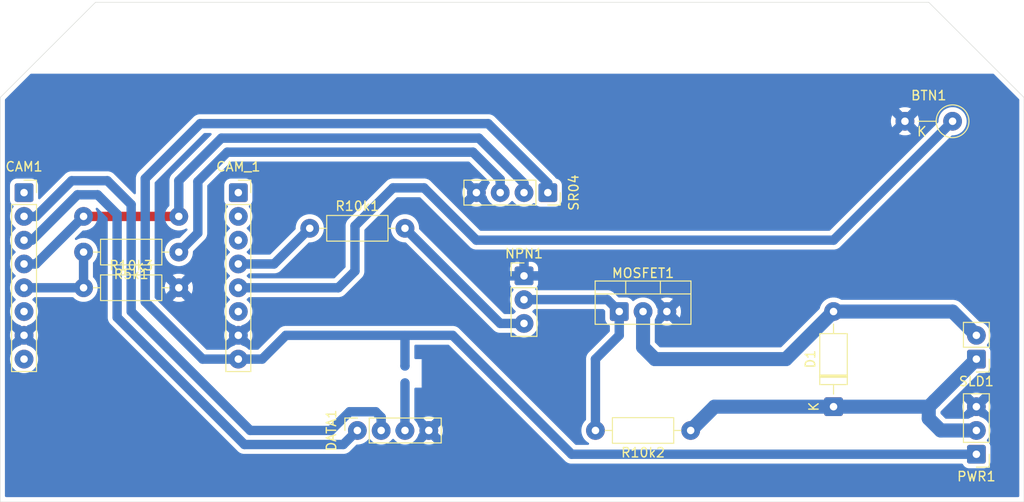
<source format=kicad_pcb>
(kicad_pcb (version 20241229) (generator "pcbnew") (generator_version "9.0")
  (layers (0 "F.Cu" signal) (2 "B.Cu" signal) (13 "F.Paste" user) (15 "B.Paste" user) (5 "F.SilkS" user "F.Silkscreen") (7 "B.SilkS" user "B.Silkscreen") (1 "F.Mask" user) (3 "B.Mask" user) (25 "Edge.Cuts" user))
  (net 0 "")
  (net 1 "GND")
  (net 2 "Net-(CAM_1-Pin_5)")
  (net 4 "Net-(CAM1-Pin_2)")
  (net 6 "Net-(CAM1-Pin_5)")
  (net 8 "Net-(CAM1-Pin_3)")
  (net 9 "Net-(CAM1-Pin_4)")
  (net 12 "+5V")
  (net 15 "Net-(CAM_1-Pin_4)")
  (net 16 "+12V")
  (net 17 "Net-(D1-A)")
  (net 18 "Net-(MOSFET1-G)")
  (net 19 "Net-(NPN1-B)")
  (net 20 "Net-(SR04-Pin_3)")
  (footprint "Resistor_THT:R_Axial_DIN0207_L6.3mm_D2.5mm_P10.16mm_Horizontal" (layer "F.Cu") (at 132.08 80.01)
    (property "Reference" "R10k1" (at 5.08 -2.37 0) (layer "F.SilkS"))
    (property "Value" "R" (hide yes))
    (fp_line (start 1.04 0) (end 1.81 0) (stroke (width 0.12)) (layer "F.SilkS"))
    (fp_line (start 9.12 0) (end 8.35 0) (stroke (width 0.12)) (layer "F.SilkS"))
    (fp_rect (start 1.81 -1.37) (end 8.35 1.37) (stroke (width 0.12)) (fill no) (layer "F.SilkS"))
    (pad "1" thru_hole circle (at 0 0) (size 2 2) (drill 0.8) (layers "*.Cu" "*.Mask") (net 15 "Net-(CAM_1-Pin_4)"))
    (pad "2" thru_hole circle (at 10.16 0) (size 2 2) (drill 0.8) (layers "*.Cu" "*.Mask") (net 19 "Net-(NPN1-B)"))
  )
  (footprint "Connector_PinHeader_2.54mm:PinHeader_1x03_P2.54mm_Vertical" (layer "F.Cu") (at 154.94 85.09)
    (property "Reference" "NPN1" (at 0 -2.38 0) (layer "F.SilkS"))
    (property "Value" "2SC1815" (hide yes))
    (fp_line (start -1.38 -1.38) (end 0 -1.38) (stroke (width 0.12)) (layer "F.SilkS"))
    (fp_line (start -1.38 0) (end -1.38 -1.38) (stroke (width 0.12)) (layer "F.SilkS"))
    (fp_line (start -1.38 1.27) (end -1.38 6.46) (stroke (width 0.12)) (layer "F.SilkS"))
    (fp_line (start -1.38 1.27) (end 1.38 1.27) (stroke (width 0.12)) (layer "F.SilkS"))
    (fp_line (start -1.38 6.46) (end 1.38 6.46) (stroke (width 0.12)) (layer "F.SilkS"))
    (fp_line (start 1.38 1.27) (end 1.38 6.46) (stroke (width 0.12)) (layer "F.SilkS"))
    (pad "1" thru_hole roundrect (at 0 0) (size 2 2) (drill 0.8) (layers "*.Cu" "*.Mask") (roundrect_rratio 0.125) (net 1 "GND") (thermal_bridge_width 1))
    (pad "2" thru_hole circle (at 0 2.54) (size 2 2) (drill 0.8) (layers "*.Cu" "*.Mask") (net 18 "Net-(MOSFET1-G)"))
    (pad "3" thru_hole circle (at 0 5.08) (size 2 2) (drill 0.8) (layers "*.Cu" "*.Mask") (net 19 "Net-(NPN1-B)"))
  )
  (footprint "Connector_PinHeader_2.54mm:PinHeader_1x02_P2.54mm_Vertical" (layer "F.Cu") (at 203.2 93.98 180)
    (property "Reference" "SLD1" (at 0 -2.38 0) (layer "F.SilkS"))
    (property "Value" "Conn_01x02_Socket" (hide yes))
    (fp_line (start 1.38 1.27) (end 1.38 3.92) (stroke (width 0.12)) (layer "F.SilkS"))
    (fp_line (start -1.38 3.92) (end 1.38 3.92) (stroke (width 0.12)) (layer "F.SilkS"))
    (fp_line (start -1.38 1.27) (end 1.38 1.27) (stroke (width 0.12)) (layer "F.SilkS"))
    (fp_line (start -1.38 1.27) (end -1.38 3.92) (stroke (width 0.12)) (layer "F.SilkS"))
    (fp_line (start -1.38 0) (end -1.38 -1.38) (stroke (width 0.12)) (layer "F.SilkS"))
    (fp_line (start -1.38 -1.38) (end 0 -1.38) (stroke (width 0.12)) (layer "F.SilkS"))
    (pad "1" thru_hole roundrect (at 0 0 180) (size 2 2) (drill 0.8) (layers "*.Cu" "*.Mask") (roundrect_rratio 0.125) (net 16 "+12V"))
    (pad "2" thru_hole circle (at 0 2.54 180) (size 2 2) (drill 0.8) (layers "*.Cu" "*.Mask") (net 17 "Net-(D1-A)"))
  )
  (footprint "Package_TO_SOT_THT:TO-220-3_Vertical" (layer "F.Cu") (at 165.1 88.9)
    (property "Reference" "MOSFET1" (at 2.54 -4.1 0) (layer "F.SilkS"))
    (property "Value" "IRF840A" (hide yes))
    (fp_line (start -2.57 -3.26) (end 7.65 -3.26) (stroke (width 0.12)) (layer "F.SilkS"))
    (fp_line (start -2.57 -1.88) (end 7.65 -1.88) (stroke (width 0.12)) (layer "F.SilkS"))
    (fp_line (start -2.57 1.36) (end -2.57 -3.26) (stroke (width 0.12)) (layer "F.SilkS"))
    (fp_line (start 0.69 -3.26) (end 0.69 -1.88) (stroke (width 0.12)) (layer "F.SilkS"))
    (fp_line (start 4.39 -3.26) (end 4.39 -1.88) (stroke (width 0.12)) (layer "F.SilkS"))
    (fp_line (start 7.65 -3.26) (end 7.65 1.36) (stroke (width 0.12)) (layer "F.SilkS"))
    (fp_line (start 7.65 1.36) (end -2.57 1.36) (stroke (width 0.12)) (layer "F.SilkS"))
    (pad "1" thru_hole roundrect (at 0 0) (size 2 2) (drill 0.8) (layers "*.Cu" "*.Mask") (roundrect_rratio 0.125) (net 18 "Net-(MOSFET1-G)"))
    (pad "2" thru_hole circle (at 2.54 0) (size 2 2) (drill 0.8) (layers "*.Cu" "*.Mask") (net 17 "Net-(D1-A)"))
    (pad "3" thru_hole circle (at 5.08 0) (size 2 2) (drill 0.8) (layers "*.Cu" "*.Mask") (net 1 "GND") (thermal_bridge_width 1))
  )
  (footprint "Connector_PinSocket_2.54mm:PinSocket_1x04_P2.54mm_Vertical" (layer "F.Cu") (at 137.16 101.6 90)
    (property "Reference" "DATA1" (at 0 -2.77 90) (layer "F.SilkS"))
    (property "Value" "Conn_01x04_Socket" (hide yes))
    (fp_line (start 1.33 -1.33) (end 1.33 0) (stroke (width 0.12)) (layer "F.SilkS"))
    (fp_line (start 0 -1.33) (end 1.33 -1.33) (stroke (width 0.12)) (layer "F.SilkS"))
    (fp_line (start 1.33 1.27) (end 1.33 8.95) (stroke (width 0.12)) (layer "F.SilkS"))
    (fp_line (start -1.33 1.27) (end 1.33 1.27) (stroke (width 0.12)) (layer "F.SilkS"))
    (fp_line (start -1.33 1.27) (end -1.33 8.95) (stroke (width 0.12)) (layer "F.SilkS"))
    (fp_line (start -1.33 8.95) (end 1.33 8.95) (stroke (width 0.12)) (layer "F.SilkS"))
    (pad "1" thru_hole circle (at 0 0 90) (size 2 2) (drill 0.8) (layers "*.Cu" "*.Mask") (net 8 "Net-(CAM1-Pin_3)"))
    (pad "2" thru_hole circle (at 0 2.54 90) (size 2 2) (drill 0.8) (layers "*.Cu" "*.Mask") (net 4 "Net-(CAM1-Pin_2)"))
    (pad "3" thru_hole circle (at 0 5.08 90) (size 2 2) (drill 0.8) (layers "*.Cu" "*.Mask") (net 12 "+5V"))
    (pad "4" thru_hole circle (at 0 7.62 90) (size 2 2) (drill 0.8) (layers "*.Cu" "*.Mask") (net 1 "GND") (thermal_bridge_width 1))
  )
  (footprint "Resistor_THT:R_Axial_DIN0207_L6.3mm_D2.5mm_P10.16mm_Horizontal" (layer "F.Cu") (at 172.72 101.6 180)
    (property "Reference" "R10k2" (at 5.08 -2.37 0) (layer "F.SilkS"))
    (property "Value" "R" (hide yes))
    (fp_line (start 9.12 0) (end 8.35 0) (stroke (width 0.12)) (layer "F.SilkS"))
    (fp_line (start 1.04 0) (end 1.81 0) (stroke (width 0.12)) (layer "F.SilkS"))
    (fp_rect (start 1.81 -1.37) (end 8.35 1.37) (stroke (width 0.12)) (fill no) (layer "F.SilkS"))
    (pad "1" thru_hole circle (at 0 0 180) (size 2 2) (drill 0.8) (layers "*.Cu" "*.Mask") (net 16 "+12V"))
    (pad "2" thru_hole circle (at 10.16 0 180) (size 2 2) (drill 0.8) (layers "*.Cu" "*.Mask") (net 18 "Net-(MOSFET1-G)"))
  )
  (footprint "Connector_PinSocket_2.54mm:PinSocket_1x08_P2.54mm_Vertical" (layer "F.Cu") (at 124.46 76.2)
    (property "Reference" "CAM_1" (at 0 -2.77 0) (layer "F.SilkS"))
    (property "Value" "Conn_01x08_Socket" (hide yes))
    (fp_line (start -1.33 1.27) (end -1.33 19.11) (stroke (width 0.12)) (layer "F.SilkS"))
    (fp_line (start -1.33 1.27) (end 1.33 1.27) (stroke (width 0.12)) (layer "F.SilkS"))
    (fp_line (start -1.33 19.11) (end 1.33 19.11) (stroke (width 0.12)) (layer "F.SilkS"))
    (fp_line (start 0 -1.33) (end 1.33 -1.33) (stroke (width 0.12)) (layer "F.SilkS"))
    (fp_line (start 1.33 -1.33) (end 1.33 0) (stroke (width 0.12)) (layer "F.SilkS"))
    (fp_line (start 1.33 1.27) (end 1.33 19.11) (stroke (width 0.12)) (layer "F.SilkS"))
    (pad "1" thru_hole roundrect (at 0 0) (size 2 2) (drill 0.8) (layers "*.Cu" "*.Mask") (roundrect_rratio 0.125))
    (pad "2" thru_hole circle (at 0 2.54) (size 2 2) (drill 0.8) (layers "*.Cu" "*.Mask"))
    (pad "3" thru_hole circle (at 0 5.08) (size 2 2) (drill 0.8) (layers "*.Cu" "*.Mask"))
    (pad "4" thru_hole circle (at 0 7.62) (size 2 2) (drill 0.8) (layers "*.Cu" "*.Mask") (net 15 "Net-(CAM_1-Pin_4)"))
    (pad "5" thru_hole circle (at 0 10.16) (size 2 2) (drill 0.8) (layers "*.Cu" "*.Mask") (net 2 "Net-(CAM_1-Pin_5)"))
    (pad "6" thru_hole circle (at 0 12.7) (size 2 2) (drill 0.8) (layers "*.Cu" "*.Mask"))
    (pad "7" thru_hole circle (at 0 15.24) (size 2 2) (drill 0.8) (layers "*.Cu" "*.Mask") (net 1 "GND") (thermal_bridge_width 1))
    (pad "8" thru_hole circle (at 0 17.78) (size 2 2) (drill 0.8) (layers "*.Cu" "*.Mask") (net 12 "+5V"))
  )
  (footprint "Diode_THT:D_DO-41_SOD81_P10.16mm_Horizontal" (layer "F.Cu") (at 187.96 99.06 90)
    (property "Reference" "D1" (at 5.08 -2.47 90) (layer "F.SilkS"))
    (property "Value" "1N4001" (hide yes))
    (fp_line (start 3.38 -1.47) (end 3.38 1.47) (stroke (width 0.12)) (layer "F.SilkS"))
    (fp_line (start 3.26 -1.47) (end 3.26 1.47) (stroke (width 0.12)) (layer "F.SilkS"))
    (fp_line (start 3.14 -1.47) (end 3.14 1.47) (stroke (width 0.12)) (layer "F.SilkS"))
    (fp_line (start 8.82 0) (end 7.8 0) (stroke (width 0.12)) (layer "F.SilkS"))
    (fp_line (start 1.34 0) (end 2.36 0) (stroke (width 0.12)) (layer "F.SilkS"))
    (fp_rect (start 2.36 -1.47) (end 7.8 1.47) (stroke (width 0.12)) (fill no) (layer "F.SilkS"))
    (fp_text user "K" (at 0 -2.1 90) (layer "F.SilkS"))
    (pad "1" thru_hole roundrect (at 0 0 90) (size 2 2) (drill 0.8) (layers "*.Cu" "*.Mask") (roundrect_rratio 0.125) (net 16 "+12V"))
    (pad "2" thru_hole circle (at 10.16 0 90) (size 2 2) (drill 0.8) (layers "*.Cu" "*.Mask") (net 17 "Net-(D1-A)"))
  )
  (footprint "Resistor_THT:R_Axial_DIN0207_L6.3mm_D2.5mm_P10.16mm_Horizontal" (layer "F.Cu") (at 107.95 86.36)
    (property "Reference" "R10k3" (at 5.08 -2.37 0) (layer "F.SilkS"))
    (property "Value" "R" (hide yes))
    (fp_line (start 1.04 0) (end 1.81 0) (stroke (width 0.12)) (layer "F.SilkS"))
    (fp_line (start 9.12 0) (end 8.35 0) (stroke (width 0.12)) (layer "F.SilkS"))
    (fp_rect (start 1.81 -1.37) (end 8.35 1.37) (stroke (width 0.12)) (fill no) (layer "F.SilkS"))
    (pad "1" thru_hole circle (at 0 0) (size 2 2) (drill 0.8) (layers "*.Cu" "*.Mask") (net 6 "Net-(CAM1-Pin_5)"))
    (pad "2" thru_hole circle (at 10.16 0) (size 2 2) (drill 0.8) (layers "*.Cu" "*.Mask") (net 1 "GND") (thermal_bridge_width 1))
  )
  (footprint "Connector_PinSocket_2.54mm:PinSocket_1x04_P2.54mm_Vertical" (layer "F.Cu") (at 157.48 76.2 -90)
    (property "Reference" "SR04" (at 0 -2.77 90) (layer "F.SilkS"))
    (property "Value" "Conn_01x04_Socket" (hide yes))
    (fp_line (start -1.33 8.95) (end 1.33 8.95) (stroke (width 0.12)) (layer "F.SilkS"))
    (fp_line (start -1.33 1.27) (end -1.33 8.95) (stroke (width 0.12)) (layer "F.SilkS"))
    (fp_line (start -1.33 1.27) (end 1.33 1.27) (stroke (width 0.12)) (layer "F.SilkS"))
    (fp_line (start 1.33 1.27) (end 1.33 8.95) (stroke (width 0.12)) (layer "F.SilkS"))
    (fp_line (start 0 -1.33) (end 1.33 -1.33) (stroke (width 0.12)) (layer "F.SilkS"))
    (fp_line (start 1.33 -1.33) (end 1.33 0) (stroke (width 0.12)) (layer "F.SilkS"))
    (pad "1" thru_hole roundrect (at 0 0 270) (size 2 2) (drill 0.8) (layers "*.Cu" "*.Mask") (roundrect_rratio 0.125) (net 12 "+5V"))
    (pad "2" thru_hole circle (at 0 2.54 270) (size 2 2) (drill 0.8) (layers "*.Cu" "*.Mask") (net 9 "Net-(CAM1-Pin_4)"))
    (pad "3" thru_hole circle (at 0 5.08 270) (size 2 2) (drill 0.8) (layers "*.Cu" "*.Mask") (net 20 "Net-(SR04-Pin_3)"))
    (pad "4" thru_hole circle (at 0 7.62 270) (size 2 2) (drill 0.8) (layers "*.Cu" "*.Mask") (net 1 "GND") (thermal_bridge_width 1))
  )
  (footprint "Diode_THT:D_DO-41_SOD81_P5.08mm_Vertical_KathodeUp" (layer "F.Cu") (at 195.58 68.58)
    (property "Reference" "BTN1" (at 2.54 -2.750635 0) (layer "F.SilkS"))
    (property "Value" "SW_Push" (hide yes))
    (fp_line (start 3.329365 0) (end 1.4 0) (stroke (width 0.12)) (layer "F.SilkS"))
    (fp_circle (center 5.08 0) (end 6.830635 0) (stroke (width 0.12)) (fill no) (layer "F.SilkS"))
    (fp_text user "K" (at 1.8 1.1 0) (layer "F.SilkS"))
    (pad "1" thru_hole circle (at 0 0) (size 2 2) (drill 0.8) (layers "*.Cu" "*.Mask") (net 1 "GND") (thermal_bridge_width 1))
    (pad "2" thru_hole circle (at 5.08 0) (size 2 2) (drill 0.8) (layers "*.Cu" "*.Mask") (net 2 "Net-(CAM_1-Pin_5)"))
  )
  (footprint "Connector_PinHeader_2.54mm:PinHeader_1x03_P2.54mm_Vertical" (layer "F.Cu") (at 203.2 104.14 180)
    (property "Reference" "PWR1" (at 0 -2.38 0) (layer "F.SilkS"))
    (property "Value" "Conn_01x03_Pin" (hide yes))
    (fp_line (start 1.38 1.27) (end 1.38 6.46) (stroke (width 0.12)) (layer "F.SilkS"))
    (fp_line (start -1.38 6.46) (end 1.38 6.46) (stroke (width 0.12)) (layer "F.SilkS"))
    (fp_line (start -1.38 1.27) (end 1.38 1.27) (stroke (width 0.12)) (layer "F.SilkS"))
    (fp_line (start -1.38 1.27) (end -1.38 6.46) (stroke (width 0.12)) (layer "F.SilkS"))
    (fp_line (start -1.38 0) (end -1.38 -1.38) (stroke (width 0.12)) (layer "F.SilkS"))
    (fp_line (start -1.38 -1.38) (end 0 -1.38) (stroke (width 0.12)) (layer "F.SilkS"))
    (pad "1" thru_hole roundrect (at 0 0 180) (size 2 2) (drill 0.8) (layers "*.Cu" "*.Mask") (roundrect_rratio 0.125) (net 12 "+5V"))
    (pad "2" thru_hole circle (at 0 2.54 180) (size 2 2) (drill 0.8) (layers "*.Cu" "*.Mask") (net 16 "+12V"))
    (pad "3" thru_hole circle (at 0 5.08 180) (size 2 2) (drill 0.8) (layers "*.Cu" "*.Mask") (net 1 "GND") (thermal_bridge_width 1))
  )
  (footprint "Connector_PinSocket_2.54mm:PinSocket_1x08_P2.54mm_Vertical" (layer "F.Cu") (at 101.6 76.2)
    (property "Reference" "CAM1" (at 0 -2.77 0) (layer "F.SilkS"))
    (property "Value" "Conn_01x08_Socket" (hide yes))
    (fp_line (start -1.33 1.27) (end -1.33 19.11) (stroke (width 0.12)) (layer "F.SilkS"))
    (fp_line (start -1.33 1.27) (end 1.33 1.27) (stroke (width 0.12)) (layer "F.SilkS"))
    (fp_line (start -1.33 19.11) (end 1.33 19.11) (stroke (width 0.12)) (layer "F.SilkS"))
    (fp_line (start 0 -1.33) (end 1.33 -1.33) (stroke (width 0.12)) (layer "F.SilkS"))
    (fp_line (start 1.33 -1.33) (end 1.33 0) (stroke (width 0.12)) (layer "F.SilkS"))
    (fp_line (start 1.33 1.27) (end 1.33 19.11) (stroke (width 0.12)) (layer "F.SilkS"))
    (pad "1" thru_hole roundrect (at 0 0) (size 2 2) (drill 0.8) (layers "*.Cu" "*.Mask") (roundrect_rratio 0.125))
    (pad "2" thru_hole circle (at 0 2.54) (size 2 2) (drill 0.8) (layers "*.Cu" "*.Mask") (net 4 "Net-(CAM1-Pin_2)"))
    (pad "3" thru_hole circle (at 0 5.08) (size 2 2) (drill 0.8) (layers "*.Cu" "*.Mask") (net 8 "Net-(CAM1-Pin_3)"))
    (pad "4" thru_hole circle (at 0 7.62) (size 2 2) (drill 0.8) (layers "*.Cu" "*.Mask") (net 9 "Net-(CAM1-Pin_4)"))
    (pad "5" thru_hole circle (at 0 10.16) (size 2 2) (drill 0.8) (layers "*.Cu" "*.Mask") (net 6 "Net-(CAM1-Pin_5)"))
    (pad "6" thru_hole circle (at 0 12.7) (size 2 2) (drill 0.8) (layers "*.Cu" "*.Mask"))
    (pad "7" thru_hole circle (at 0 15.24) (size 2 2) (drill 0.8) (layers "*.Cu" "*.Mask") (net 1 "GND") (thermal_bridge_width 1))
    (pad "8" thru_hole circle (at 0 17.78) (size 2 2) (drill 0.8) (layers "*.Cu" "*.Mask"))
  )
  (footprint "Resistor_THT:R_Axial_DIN0207_L6.3mm_D2.5mm_P10.16mm_Horizontal" (layer "F.Cu") (at 118.11 82.55 180)
    (property "Reference" "R5k1" (at 5.08 -2.37 0) (layer "F.SilkS"))
    (property "Value" "R" (hide yes))
    (fp_line (start 9.12 0) (end 8.35 0) (stroke (width 0.12)) (layer "F.SilkS"))
    (fp_line (start 1.04 0) (end 1.81 0) (stroke (width 0.12)) (layer "F.SilkS"))
    (fp_rect (start 1.81 -1.37) (end 8.35 1.37) (stroke (width 0.12)) (fill no) (layer "F.SilkS"))
    (pad "1" thru_hole circle (at 0 0 180) (size 2 2) (drill 0.8) (layers "*.Cu" "*.Mask") (net 20 "Net-(SR04-Pin_3)"))
    (pad "2" thru_hole circle (at 10.16 0 180) (size 2 2) (drill 0.8) (layers "*.Cu" "*.Mask") (net 6 "Net-(CAM1-Pin_5)"))
  )
  (gr_line (start 109.22 55.88) (end 99.06 66.04) (stroke (width 0.05)) (layer "Edge.Cuts"))
  (gr_line (start 198.12 55.88) (end 208.28 66.04) (stroke (width 0.05)) (layer "Edge.Cuts"))
  (gr_line (start 99.06 109.22) (end 99.06 66.04) (stroke (width 0.05)) (layer "Edge.Cuts"))
  (gr_line (start 208.28 109.22) (end 208.28 66.04) (stroke (width 0.05)) (layer "Edge.Cuts"))
  (gr_line (start 109.22 55.88) (end 198.12 55.88) (stroke (width 0.05)) (layer "Edge.Cuts"))
  (gr_line (start 99.06 109.22) (end 208.28 109.22) (stroke (width 0.05)) (layer "Edge.Cuts"))
  (segment (start 140.97 75.692) (end 136.906 79.756) (width 1) (layer "B.Cu") (net 2))
  (segment (start 136.906 79.756) (end 136.906 84.582) (width 1) (layer "B.Cu") (net 2))
  (segment (start 135.128 86.36) (end 124.46 86.36) (width 1) (layer "B.Cu") (net 2))
  (segment (start 187.96 81.28) (end 149.86 81.28) (width 1) (layer "B.Cu") (net 2))
  (segment (start 200.66 68.58) (end 187.96 81.28) (width 1) (layer "B.Cu") (net 2))
  (segment (start 144.272 75.692) (end 140.97 75.692) (width 1) (layer "B.Cu") (net 2))
  (segment (start 136.906 84.582) (end 135.128 86.36) (width 1) (layer "B.Cu") (net 2))
  (segment (start 149.86 81.28) (end 144.272 75.692) (width 1) (layer "B.Cu") (net 2))
  (segment (start 110.49 74.93) (end 113.03 77.47) (width 1) (layer "B.Cu") (net 4))
  (segment (start 125.73 101.6) (end 134.330158 101.6) (width 1) (layer "B.Cu") (net 4))
  (segment (start 106.68 74.93) (end 110.49 74.93) (width 1) (layer "B.Cu") (net 4))
  (segment (start 113.03 77.47) (end 113.03 88.9) (width 1) (layer "B.Cu") (net 4))
  (segment (start 134.330158 101.6) (end 136.331158 99.599) (width 1) (layer "B.Cu") (net 4))
  (segment (start 106.68 74.93) (end 102.87 78.74) (width 1) (layer "B.Cu") (net 4))
  (segment (start 136.331158 99.599) (end 139.113213 99.599) (width 1) (layer "B.Cu") (net 4))
  (segment (start 139.113213 99.599) (end 139.7 100.185787) (width 1) (layer "B.Cu") (net 4))
  (segment (start 113.03 88.9) (end 125.73 101.6) (width 1) (layer "B.Cu") (net 4))
  (segment (start 102.87 78.74) (end 101.6 78.74) (width 1) (layer "B.Cu") (net 4))
  (segment (start 139.7 100.185787) (end 139.7 101.6) (width 1) (layer "B.Cu") (net 4))
  (segment (start 101.6 86.36) (end 107.95 86.36) (width 1) (layer "B.Cu") (net 6))
  (segment (start 107.95 86.36) (end 107.95 82.55) (width 1) (layer "B.Cu") (net 6))
  (segment (start 107.301734 76.431) (end 109.451 76.431) (width 1) (layer "B.Cu") (net 8))
  (segment (start 135.659 103.101) (end 137.16 101.6) (width 1) (layer "B.Cu") (net 8))
  (segment (start 101.6 81.28) (end 102.452735 81.28) (width 1) (layer "B.Cu") (net 8))
  (segment (start 111.529 89.521734) (end 125.108265 103.101) (width 1) (layer "B.Cu") (net 8))
  (segment (start 109.451 76.431) (end 111.529 78.509) (width 1) (layer "B.Cu") (net 8))
  (segment (start 125.108265 103.101) (end 135.659 103.101) (width 1) (layer "B.Cu") (net 8))
  (segment (start 111.529 78.509) (end 111.529 89.521734) (width 1) (layer "B.Cu") (net 8))
  (segment (start 102.452735 81.28) (end 107.301734 76.431) (width 1) (layer "B.Cu") (net 8))
  (segment (start 107.95 78.74) (end 118.11 78.74) (width 1) (layer "F.Cu") (net 9))
  (via (at 118.11 78.74) (size 2) (drill 0.8) (layers "F.Cu" "B.Cu") (net 9))
  (via (at 107.95 78.74) (size 2) (drill 0.8) (layers "F.Cu" "B.Cu") (net 9))
  (segment (start 101.6 83.82) (end 102.87 83.82) (width 1) (layer "B.Cu") (net 9))
  (segment (start 150.117947 70.381) (end 154.94 75.203053) (width 1) (layer "B.Cu") (net 9))
  (segment (start 118.11 74.93) (end 122.659 70.381) (width 1) (layer "B.Cu") (net 9))
  (segment (start 102.87 83.82) (end 107.95 78.74) (width 1) (layer "B.Cu") (net 9))
  (segment (start 122.659 70.381) (end 150.117947 70.381) (width 1) (layer "B.Cu") (net 9))
  (segment (start 118.11 78.74) (end 118.11 74.93) (width 1) (layer "B.Cu") (net 9))
  (segment (start 154.94 75.203053) (end 154.94 76.2) (width 1) (layer "B.Cu") (net 9))
  (segment (start 151.114 68.834) (end 157.48 75.2) (width 1) (layer "B.Cu") (net 12))
  (segment (start 114.531 74.699) (end 120.396 68.834) (width 1) (layer "B.Cu") (net 12))
  (segment (start 142.24 94.707653) (end 142.235706 94.711947) (width 1) (layer "B.Cu") (net 12))
  (segment (start 142.24 91.44) (end 142.24 94.707653) (width 1) (layer "B.Cu") (net 12))
  (segment (start 120.65 93.98) (end 114.531 87.861) (width 1) (layer "B.Cu") (net 12))
  (segment (start 141.701 101.6) (end 142.24 101.6) (width 1) (layer "B.Cu") (net 12))
  (segment (start 142.24 101.6) (end 142.24 100.33) (width 1) (layer "B.Cu") (net 12))
  (segment (start 114.531 87.861) (end 114.531 74.699) (width 1) (layer "B.Cu") (net 12))
  (segment (start 124.46 93.98) (end 120.65 93.98) (width 1) (layer "B.Cu") (net 12))
  (segment (start 147.32 91.44) (end 160.02 104.14) (width 1) (layer "B.Cu") (net 12))
  (segment (start 120.396 68.834) (end 151.114 68.834) (width 1) (layer "B.Cu") (net 12))
  (segment (start 142.24 100.33) (end 142.24 96.52) (width 1) (layer "B.Cu") (net 12))
  (segment (start 157.48 75.2) (end 157.48 76.2) (width 1) (layer "B.Cu") (net 12))
  (segment (start 160.02 104.14) (end 203.2 104.14) (width 1) (layer "B.Cu") (net 12))
  (segment (start 142.24 91.44) (end 147.32 91.44) (width 1) (layer "B.Cu") (net 12))
  (segment (start 124.46 93.98) (end 127 93.98) (width 1) (layer "B.Cu") (net 12))
  (segment (start 127 93.98) (end 129.54 91.44) (width 1) (layer "B.Cu") (net 12))
  (segment (start 129.54 91.44) (end 142.24 91.44) (width 1) (layer "B.Cu") (net 12))
  (segment (start 128.27 83.82) (end 132.08 80.01) (width 1) (layer "B.Cu") (net 15))
  (segment (start 124.46 83.82) (end 128.27 83.82) (width 1) (layer "B.Cu") (net 15))
  (segment (start 175.26 99.06) (end 187.96 99.06) (width 1.5) (layer "B.Cu") (net 16))
  (segment (start 187.96 99.06) (end 198.12 99.06) (width 1.5) (layer "B.Cu") (net 16))
  (segment (start 198.12 99.06) (end 198.755 98.425) (width 1.5) (layer "B.Cu") (net 16))
  (segment (start 198.755 98.425) (end 203.2 93.98) (width 1.5) (layer "B.Cu") (net 16))
  (segment (start 172.72 101.6) (end 175.26 99.06) (width 1.5) (layer "B.Cu") (net 16))
  (segment (start 203.2 101.6) (end 199.39 101.6) (width 1.5) (layer "B.Cu") (net 16))
  (segment (start 199.39 101.6) (end 198.12 100.33) (width 1.5) (layer "B.Cu") (net 16))
  (segment (start 198.12 100.33) (end 198.12 99.06) (width 1.5) (layer "B.Cu") (net 16))
  (segment (start 187.96 88.9) (end 182.88 93.98) (width 1.5) (layer "B.Cu") (net 17))
  (segment (start 168.91 93.98) (end 167.64 92.71) (width 1.5) (layer "B.Cu") (net 17))
  (segment (start 182.88 93.98) (end 168.91 93.98) (width 1.5) (layer "B.Cu") (net 17))
  (segment (start 187.96 88.9) (end 200.66 88.9) (width 1.5) (layer "B.Cu") (net 17))
  (segment (start 200.66 88.9) (end 203.2 91.44) (width 1.5) (layer "B.Cu") (net 17))
  (segment (start 167.64 92.71) (end 167.64 88.9) (width 1.5) (layer "B.Cu") (net 17))
  (segment (start 165.1 91.44) (end 162.56 93.98) (width 1) (layer "B.Cu") (net 18))
  (segment (start 163.83 87.63) (end 165.1 88.9) (width 1) (layer "B.Cu") (net 18))
  (segment (start 154.94 87.63) (end 163.83 87.63) (width 1) (layer "B.Cu") (net 18))
  (segment (start 165.1 88.9) (end 165.1 91.44) (width 1) (layer "B.Cu") (net 18))
  (segment (start 162.56 101.6) (end 162.56 93.98) (width 1) (layer "B.Cu") (net 18))
  (segment (start 152.4 90.17) (end 154.94 90.17) (width 1) (layer "B.Cu") (net 19))
  (segment (start 142.24 80.01) (end 152.4 90.17) (width 1) (layer "B.Cu") (net 19))
  (segment (start 118.11 82.55) (end 120.142 80.518) (width 1) (layer "B.Cu") (net 20))
  (segment (start 120.142 80.518) (end 120.142 75.020734) (width 1) (layer "B.Cu") (net 20))
  (segment (start 120.142 75.020734) (end 123.280734 71.882) (width 1) (layer "B.Cu") (net 20))
  (segment (start 149.496213 71.882) (end 152.4 74.785787) (width 1) (layer "B.Cu") (net 20))
  (segment (start 123.280734 71.882) (end 149.496213 71.882) (width 1) (layer "B.Cu") (net 20))
  (segment (start 152.4 74.785787) (end 152.4 76.2) (width 1) (layer "B.Cu") (net 20))
  (zone (net 0) (net_name "") (layer "B.Cu") (connect_pads (clearance 0)) (min_thickness 0.25)
    (keepout (tracks allowed) (vias allowed) (pads allowed) (copperpour not_allowed) (footprints allowed))
    (fill (thermal_gap 0.5) (thermal_bridge_width 0.5))
    (polygon (pts (xy 140.208 97.028) (xy 140.208 93.98) (xy 144.018 93.98) (xy 144.018 97.028)))
  )
  (zone (net 1) (net_name "GND") (layer "B.Cu") (connect_pads (clearance 0.5)) (min_thickness 0.25) (fill yes (thermal_gap 0.5) (thermal_bridge_width 0.5))
    (polygon (pts (xy 99.06 63.5) (xy 208.28 63.5) (xy 208.28 109.22) (xy 99.06 109.22)))
  )
)
</source>
